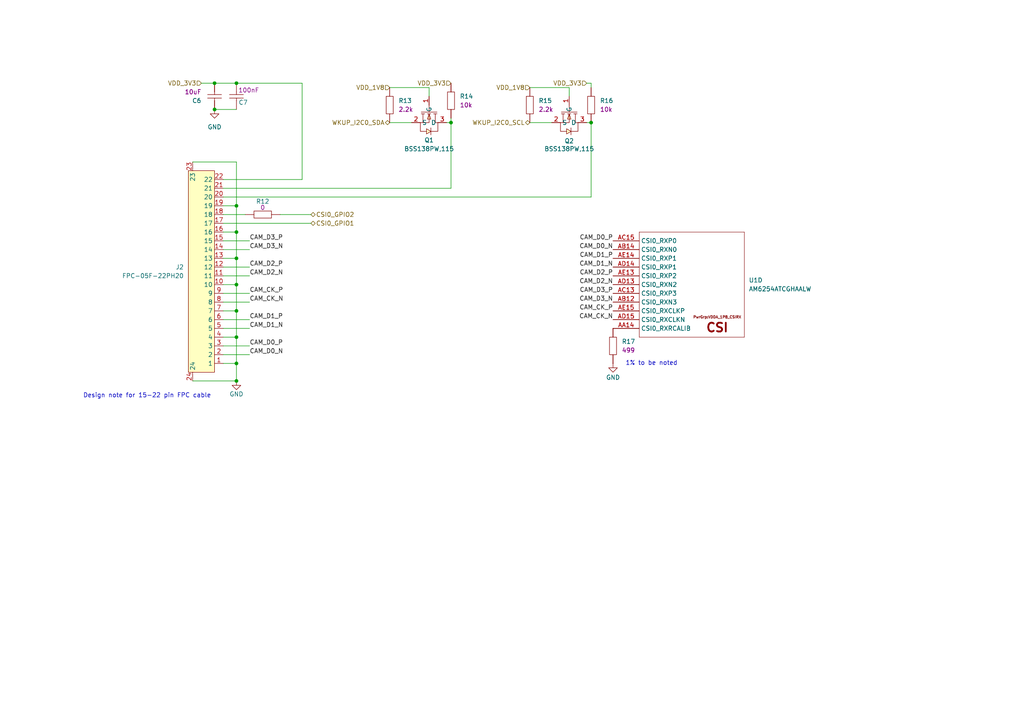
<source format=kicad_sch>
(kicad_sch (version 20250114) (generator "eeschema") (generator_version "9.0")
  (paper "A4")
  (text "Design note for 15-22 pin FPC cable\n" (at 42.672 114.808 0) (effects (font (size 1.27 1.27))))
  (text "1% to be noted\n" (at 188.976 105.41 0) (effects (font (size 1.27 1.27))))
  (junction (at 62.23 31.75))
  (junction (at 68.58 24.13))
  (junction (at 68.58 110.49))
  (junction (at 68.58 82.55))
  (junction (at 62.23 24.13))
  (junction (at 130.81 35.56))
  (junction (at 68.58 105.41))
  (junction (at 68.58 97.79))
  (junction (at 68.58 74.93))
  (junction (at 68.58 67.31))
  (junction (at 171.45 35.56))
  (junction (at 68.58 90.17))
  (junction (at 68.58 59.69))
  (wire (pts (xy 64.77 69.85) (xy 72.39 69.85)))
  (wire (pts (xy 68.58 110.49) (xy 68.58 105.41)))
  (wire (pts (xy 68.58 31.75) (xy 62.23 31.75)))
  (wire (pts (xy 130.81 34.29) (xy 130.81 35.56)))
  (wire (pts (xy 64.77 67.31) (xy 68.58 67.31)))
  (wire (pts (xy 64.77 77.47) (xy 72.39 77.47)))
  (wire (pts (xy 68.58 24.13) (xy 62.23 24.13)))
  (wire (pts (xy 153.67 35.56) (xy 160.02 35.56)))
  (wire (pts (xy 170.18 35.56) (xy 171.45 35.56)))
  (wire (pts (xy 68.58 82.55) (xy 68.58 90.17)))
  (wire (pts (xy 62.23 24.13) (xy 58.42 24.13)))
  (wire (pts (xy 64.77 90.17) (xy 68.58 90.17)))
  (wire (pts (xy 64.77 95.25) (xy 72.39 95.25)))
  (wire (pts (xy 124.46 25.4) (xy 124.46 27.94)))
  (wire (pts (xy 153.67 25.4) (xy 165.1 25.4)))
  (wire (pts (xy 64.77 87.63) (xy 72.39 87.63)))
  (wire (pts (xy 170.18 24.13) (xy 171.45 24.13)))
  (wire (pts (xy 64.77 85.09) (xy 72.39 85.09)))
  (wire (pts (xy 64.77 72.39) (xy 72.39 72.39)))
  (wire (pts (xy 130.81 54.61) (xy 130.81 35.56)))
  (wire (pts (xy 165.1 25.4) (xy 165.1 27.94)))
  (wire (pts (xy 87.63 24.13) (xy 68.58 24.13)))
  (wire (pts (xy 113.03 35.56) (xy 119.38 35.56)))
  (wire (pts (xy 64.77 82.55) (xy 68.58 82.55)))
  (wire (pts (xy 64.77 57.15) (xy 171.45 57.15)))
  (wire (pts (xy 68.58 97.79) (xy 68.58 105.41)))
  (wire (pts (xy 55.88 46.99) (xy 68.58 46.99)))
  (wire (pts (xy 68.58 74.93) (xy 68.58 82.55)))
  (wire (pts (xy 64.77 59.69) (xy 68.58 59.69)))
  (wire (pts (xy 64.77 74.93) (xy 68.58 74.93)))
  (wire (pts (xy 68.58 105.41) (xy 64.77 105.41)))
  (wire (pts (xy 64.77 102.87) (xy 72.39 102.87)))
  (wire (pts (xy 87.63 24.13) (xy 87.63 52.07)))
  (wire (pts (xy 64.77 64.77) (xy 90.17 64.77)))
  (wire (pts (xy 64.77 52.07) (xy 87.63 52.07)))
  (wire (pts (xy 81.28 62.23) (xy 90.17 62.23)))
  (wire (pts (xy 68.58 46.99) (xy 68.58 59.69)))
  (wire (pts (xy 68.58 67.31) (xy 68.58 74.93)))
  (wire (pts (xy 68.58 59.69) (xy 68.58 67.31)))
  (wire (pts (xy 64.77 54.61) (xy 130.81 54.61)))
  (wire (pts (xy 64.77 62.23) (xy 71.12 62.23)))
  (wire (pts (xy 171.45 24.13) (xy 171.45 25.4)))
  (wire (pts (xy 171.45 57.15) (xy 171.45 35.56)))
  (wire (pts (xy 64.77 80.01) (xy 72.39 80.01)))
  (wire (pts (xy 68.58 90.17) (xy 68.58 97.79)))
  (wire (pts (xy 64.77 97.79) (xy 68.58 97.79)))
  (wire (pts (xy 130.81 35.56) (xy 129.54 35.56)))
  (wire (pts (xy 113.03 25.4) (xy 124.46 25.4)))
  (wire (pts (xy 64.77 100.33) (xy 72.39 100.33)))
  (wire (pts (xy 64.77 92.71) (xy 72.39 92.71)))
  (wire (pts (xy 55.88 110.49) (xy 68.58 110.49)))
  (label "CAM_CK_P" (at 72.39 85.09 0))
  (label "CAM_D1_N" (at 177.8 77.47 180))
  (label "CAM_D2_P" (at 72.39 77.47 0))
  (label "CAM_CK_N" (at 177.8 92.71 180))
  (label "CAM_D0_P" (at 177.8 69.85 180))
  (label "CAM_D1_P" (at 72.39 92.71 0))
  (label "CAM_D2_N" (at 177.8 82.55 180))
  (label "CAM_D3_N" (at 72.39 72.39 0))
  (label "CAM_CK_N" (at 72.39 87.63 0))
  (label "CAM_D3_P" (at 177.8 85.09 180))
  (label "CAM_D0_N" (at 72.39 102.87 0))
  (label "CAM_D3_P" (at 72.39 69.85 0))
  (label "CAM_D1_N" (at 72.39 95.25 0))
  (label "CAM_CK_P" (at 177.8 90.17 180))
  (label "CAM_D1_P" (at 177.8 74.93 180))
  (label "CAM_D3_N" (at 177.8 87.63 180))
  (label "CAM_D2_P" (at 177.8 80.01 180))
  (label "CAM_D2_N" (at 72.39 80.01 0))
  (label "CAM_D0_P" (at 72.39 100.33 0))
  (label "CAM_D0_N" (at 177.8 72.39 180))
  (hierarchical_label "VDD_3V3" (shape input) (at 130.81 24.13 180))
  (hierarchical_label "WKUP_I2C0_SCL" (shape bidirectional) (at 153.67 35.56 180))
  (hierarchical_label "CSI0_GPIO1" (shape bidirectional) (at 90.17 64.77 0))
  (hierarchical_label "VDD_3V3" (shape input) (at 170.18 24.13 180))
  (hierarchical_label "VDD_1V8" (shape input) (at 153.67 25.4 180))
  (hierarchical_label "CSI0_GPIO2" (shape bidirectional) (at 90.17 62.23 0))
  (hierarchical_label "VDD_3V3" (shape input) (at 58.42 24.13 180))
  (hierarchical_label "WKUP_I2C0_SDA" (shape bidirectional) (at 113.03 35.56 180))
  (hierarchical_label "VDD_1V8" (shape input) (at 113.03 25.4 180))
  (symbol (lib_id "power:GND") (at 62.23 31.75 0) (unit 1)
    (property "Reference" "#PWR014" (effects (hide yes)))
    (property "Value" "GND" (at 62.23 36.83 0))
    (property "Description" "Power symbol creates a global label with name \"GND\" , ground" (effects (hide yes)))
  )
  (symbol (lib_id "pepy_sym_lib:[RES_SMD_0805_2012Metric]UNI-ROYAL(Uniroyal Elec) 0805W8F2201T5E") (at 153.67 30.48 90) (unit 1)
    (property "Reference" "R15" (at 156.21 29.2099 90) (effects (justify right)))
    (property "Value" "0805W8F2201T5E" (effects (hide yes)))
    (property "Footprint" "pepy_sym_lib:[RES_SMD_0805_2012Metric]" (effects (hide yes)))
    (property "Datasheet" "https://lcsc.com/product-detail/Chip-Resistor-Surface-Mount-UniOhm_2-2KR-2201-1_C17520.html" (effects (hide yes)))
    (property "Description" "0.125W Thick Film Resistors 150V ±100ppm/℃ ±1% 2.2kΩ 0805 Chip Resistor - Surface Mount ROHS" (effects (hide yes)))
    (property "LCSC Part" "C17520" (effects (hide yes)))
    (property "Manufacturer" "UNI-ROYAL(Uniroyal Elec)" (effects (hide yes)))
    (property "Nvalue" "2.2k" (at 156.21 31.7499 90) (effects (justify right)))
    (property "Package" "0805" (effects (hide yes)))
  )
  (symbol (lib_id "pepy_sym_lib:[FPC_22P_05MM]XUNPU FPC-05F-22PH20") (at 59.69 78.74 180) (unit 1)
    (property "Reference" "J2" (at 53.34 77.4699 0) (effects (justify left)))
    (property "Value" "FPC-05F-22PH20" (at 53.34 80.0099 0) (effects (justify left)))
    (property "Footprint" "pepy_sym_lib:[FPC_22P_05MM]XUNPU FPC-05F-22PH20" (effects (hide yes)))
    (property "Datasheet" "https://www.lcsc.com/product-detail/FFC-FPC-Flat-Flexible-Connector-Assemblies_XUNPU-FPC-05F-22PH20_C2856804.html?s_z=n_FPC%252022P%25200.5mm" (effects (hide yes)))
    (property "Description" "Flip type -25℃~+85℃ 22P Bottom Contact Horizontal attachment 0.5mm SMD,P=0.5mm,Surface Mount，Right Angle FFC, FPC (Flat Flexible) Connector Assemblies ROHS" (effects (hide yes)))
    (property "LCSC Part" "C2856804" (effects (hide yes)))
  )
  (symbol (lib_id "pepy_sym_lib:[CAP_SMD_0805_2012Metric]Samsung Electro-Mechanics CL21A106KAYNNNE") (at 62.23 27.94 270) (unit 1)
    (property "Reference" "C6" (at 58.42 29.2101 90) (effects (justify right)))
    (property "Value" "CL21A106KAYNNNE" (effects (hide yes)))
    (property "Footprint" "pepy_sym_lib:[CAP_SMD_0805_2012Metric]" (effects (hide yes)))
    (property "Datasheet" "https://www.lcsc.com/product-detail/Multilayer-Ceramic-Capacitors-MLCC-SMD-SMT_Samsung-Electro-Mechanics-CL21A106KAYNNNE_C15850.html" (effects (hide yes)))
    (property "Description" "25V 10uF X5R ±10% 0805 Multilayer Ceramic Capacitors MLCC - SMD/SMT ROHS" (effects (hide yes)))
    (property "LCSC Part" "C15850" (effects (hide yes)))
    (property "Manufacturer" "Samsung Electro-Mechanics" (effects (hide yes)))
    (property "Package" "0805" (effects (hide yes)))
    (property "Nvalue" "10uF" (at 58.42 26.6701 90) (effects (justify right)))
  )
  (symbol (lib_id "pepy_sym_lib:[RES_SMD_0402_1005Metric]YAGEO RC0402FR-07499RL") (at 177.8 100.33 270) (unit 1)
    (property "Reference" "R17" (at 180.34 99.0599 90) (effects (justify left)))
    (property "Value" "RC0402FR-07499RL" (effects (hide yes)))
    (property "Footprint" "pepy_sym_lib:[RES_SMD_0402_1005Metric]" (effects (hide yes)))
    (property "Datasheet" "https://lcsc.com/product-detail/Chip-Resistor-Surface-Mount-UniOhm_0R-0R0-1_C17168.html" (effects (hide yes)))
    (property "Description" "62.5mW Thick Film Resistors 50V ±100ppm/℃ ±1% 499Ω 0402 Chip Resistor - Surface Mount ROHS" (effects (hide yes)))
    (property "LCSC Part" "C137970" (effects (hide yes)))
    (property "Nvalue" "499" (at 180.34 101.5999 90) (effects (justify left)))
    (property "Manufacturer" "YAGEO" (effects (hide yes)))
    (property "Package" "0402" (effects (hide yes)))
  )
  (symbol (lib_id "pepy_sym_lib:[RES_SMD_0805_2012Metric]UNI-ROYAL(Uniroyal Elec) 0805W8F1002T5E") (at 130.81 29.21 90) (unit 1)
    (property "Reference" "R14" (at 133.35 27.9399 90) (effects (justify right)))
    (property "Value" "0805W8F1002T5E" (effects (hide yes)))
    (property "Footprint" "pepy_sym_lib:[RES_SMD_0805_2012Metric]" (effects (hide yes)))
    (property "Datasheet" "https://lcsc.com/product-detail/Chip-Resistor-Surface-Mount-UniOhm_10KR-1002-1_C17414.html" (effects (hide yes)))
    (property "Description" "125mW Thick Film Resistors 150V ±100ppm/℃ ±1% 10kΩ 0805 Chip Resistor - Surface Mount ROHS" (effects (hide yes)))
    (property "LCSC Part" "C17414" (effects (hide yes)))
    (property "Manufacturer" "UNI-ROYAL(Uniroyal Elec)" (effects (hide yes)))
    (property "Package" "0805" (effects (hide yes)))
    (property "Nvalue" "10k" (at 133.35 30.4799 90) (effects (justify right)))
  )
  (symbol (lib_id "pepy_sym_lib:[RES_SMD_0402_1005Metric]UNI-ROYAL(Uniroyal Elec) 0402WGF0000TCE") (at 76.2 62.23 0) (unit 1)
    (property "Reference" "R12" (at 76.2 58.42 0))
    (property "Value" "0402WGF0000TCE" (effects (hide yes)))
    (property "Footprint" "pepy_sym_lib:[RES_SMD_0402_1005Metric]" (effects (hide yes)))
    (property "Datasheet" "https://lcsc.com/product-detail/Chip-Resistor-Surface-Mount-UniOhm_0R-0R0-1_C17168.html" (effects (hide yes)))
    (property "Description" "62.5mW Thick Film Resistors 50V ±800ppm/℃ ±1% 0Ω 0402 Chip Resistor - Surface Mount ROHS" (effects (hide yes)))
    (property "LCSC Part" "C17168" (effects (hide yes)))
    (property "Nvalue" "0" (at 76.2 60.198 0))
    (property "Manufacturer" "UNI-ROYAL(Uniroyal Elec) " (effects (hide yes)))
    (property "Package" "0402" (effects (hide yes)))
  )
  (symbol (lib_id "pepy_sym_lib:[NMOS]Nexperia BSS138PW,115") (at 165.1 35.56 270) (unit 1)
    (property "Reference" "Q2" (at 165.1 40.894 90))
    (property "Value" "BSS138PW,115" (at 165.1 43.18 90))
    (property "Footprint" "pepy_sym_lib:[NMOS]Nexperia BSS138PW,115" (effects (hide yes)))
    (property "Datasheet" "https://lcsc.com/product-detail/MOSFET_Nexperia_BSS138PW-115_Nexperia-BSS138PW-115_C193366.html" (effects (hide yes)))
    (property "Description" "60V 320mA 1.6Ω@10V,300mA 1.5V@250uA 1PCSNChannel SOT-323-3 MOSFETs ROHS" (effects (hide yes)))
    (property "LCSC Part" "C193366" (effects (hide yes)))
    (property "Package" "SOT-323-3" (effects (hide yes)))
    (property "Manufacturer" "Nexperia" (effects (hide yes)))
  )
  (symbol (lib_id "power:GND") (at 68.58 110.49 0) (unit 1)
    (property "Reference" "#PWR015" (effects (hide yes)))
    (property "Value" "GND" (at 68.58 114.3 0))
    (property "Description" "Power symbol creates a global label with name \"GND\" , ground" (effects (hide yes)))
  )
  (symbol (lib_id "pepy_sym_lib:[NMOS]Nexperia BSS138PW,115") (at 124.46 35.56 270) (unit 1)
    (property "Reference" "Q1" (at 124.46 40.64 90))
    (property "Value" "BSS138PW,115" (at 124.46 43.18 90))
    (property "Footprint" "pepy_sym_lib:[NMOS]Nexperia BSS138PW,115" (effects (hide yes)))
    (property "Datasheet" "https://lcsc.com/product-detail/MOSFET_Nexperia_BSS138PW-115_Nexperia-BSS138PW-115_C193366.html" (effects (hide yes)))
    (property "Description" "60V 320mA 1.6Ω@10V,300mA 1.5V@250uA 1PCSNChannel SOT-323-3 MOSFETs ROHS" (effects (hide yes)))
    (property "LCSC Part" "C193366" (effects (hide yes)))
    (property "Package" "SOT-323-3" (effects (hide yes)))
    (property "Manufacturer" "Nexperia" (effects (hide yes)))
  )
  (symbol (lib_id "pepy_sym_lib:[CPU]Texas Instruments AM6254ATCGHAALW") (at 200.66 67.31 180) (unit 4)
    (property "Reference" "U1" (at 217.17 81.2799 0) (effects (justify right)))
    (property "Value" "AM6254ATCGHAALW" (at 217.17 83.8199 0) (effects (justify right)))
    (property "Footprint" "pepy_sym_lib:[CPU]Texas Instruments AM6254ATCGHAALW" (effects (hide yes)))
    (property "Datasheet" "https://www.ti.com/lit/ds/symlink/am625.pdf?ts=1740314582358&ref_url=https%253A%252F%252Fwww.ti.com%252Fmicrocontrollers-mcus-processors%252Farm-based-processors%252Fproducts.html" (effects (hide yes)))
    (property "Description" "1400MHz FCCSP(ALW)-425 Microcontrollers (MCU/MPU/SOC) ROHS" (effects (hide yes)))
    (property "LCSC Part" "C5218241" (effects (hide yes)))
    (property "Manufacturer" "Texas Instruments" (effects (hide yes)))
  )
  (symbol (lib_id "pepy_sym_lib:[RES_SMD_0805_2012Metric]UNI-ROYAL(Uniroyal Elec) 0805W8F1002T5E") (at 171.45 30.48 90) (unit 1)
    (property "Reference" "R16" (at 173.99 29.2099 90) (effects (justify right)))
    (property "Value" "0805W8F1002T5E" (effects (hide yes)))
    (property "Footprint" "pepy_sym_lib:[RES_SMD_0805_2012Metric]" (effects (hide yes)))
    (property "Datasheet" "https://lcsc.com/product-detail/Chip-Resistor-Surface-Mount-UniOhm_10KR-1002-1_C17414.html" (effects (hide yes)))
    (property "Description" "125mW Thick Film Resistors 150V ±100ppm/℃ ±1% 10kΩ 0805 Chip Resistor - Surface Mount ROHS" (effects (hide yes)))
    (property "LCSC Part" "C17414" (effects (hide yes)))
    (property "Manufacturer" "UNI-ROYAL(Uniroyal Elec)" (effects (hide yes)))
    (property "Package" "0805" (effects (hide yes)))
    (property "Nvalue" "10k" (at 173.99 31.7499 90) (effects (justify right)))
  )
  (symbol (lib_id "pepy_sym_lib:[RES_SMD_0805_2012Metric]UNI-ROYAL(Uniroyal Elec) 0805W8F2201T5E") (at 113.03 30.48 90) (unit 1)
    (property "Reference" "R13" (at 115.57 29.2099 90) (effects (justify right)))
    (property "Value" "0805W8F2201T5E" (effects (hide yes)))
    (property "Footprint" "pepy_sym_lib:[RES_SMD_0805_2012Metric]" (effects (hide yes)))
    (property "Datasheet" "https://lcsc.com/product-detail/Chip-Resistor-Surface-Mount-UniOhm_2-2KR-2201-1_C17520.html" (effects (hide yes)))
    (property "Description" "0.125W Thick Film Resistors 150V ±100ppm/℃ ±1% 2.2kΩ 0805 Chip Resistor - Surface Mount ROHS" (effects (hide yes)))
    (property "LCSC Part" "C17520" (effects (hide yes)))
    (property "Manufacturer" "UNI-ROYAL(Uniroyal Elec)" (effects (hide yes)))
    (property "Nvalue" "2.2k" (at 115.57 31.7499 90) (effects (justify right)))
    (property "Package" "0805" (effects (hide yes)))
  )
  (symbol (lib_id "power:GND") (at 177.8 105.41 0) (unit 1)
    (property "Reference" "#PWR016" (effects (hide yes)))
    (property "Value" "GND" (at 177.8 109.474 0))
    (property "Description" "Power symbol creates a global label with name \"GND\" , ground" (effects (hide yes)))
  )
  (symbol (lib_id "pepy_sym_lib:[CAP_SMD_0805_2012Metric]YAGEO CC0805KRX7R9BB104") (at 68.58 27.94 90) (unit 1)
    (property "Reference" "C7" (at 71.882 29.718 90) (effects (justify left)))
    (property "Value" "CC0805KRX7R9BB104" (effects (hide yes)))
    (property "Footprint" "pepy_sym_lib:[CAP_SMD_0805_2012Metric]" (effects (hide yes)))
    (property "Datasheet" "https://lcsc.com/product-detail/Multilayer-Ceramic-Capacitors-MLCC-SMD-SMT_100nF-104-10-50V_C49678.html" (effects (hide yes)))
    (property "Description" "50V 100nF X7R ±10% 0805 Multilayer Ceramic Capacitors MLCC - SMD/SMT ROHS" (effects (hide yes)))
    (property "LCSC Part" "C49678" (effects (hide yes)))
    (property "Manufacturer" "YAGEO" (effects (hide yes)))
    (property "Package" "0805" (effects (hide yes)))
    (property "Nvalue" "100nF" (at 75.184 26.162 90) (effects (justify left)))
  )
)
</source>
